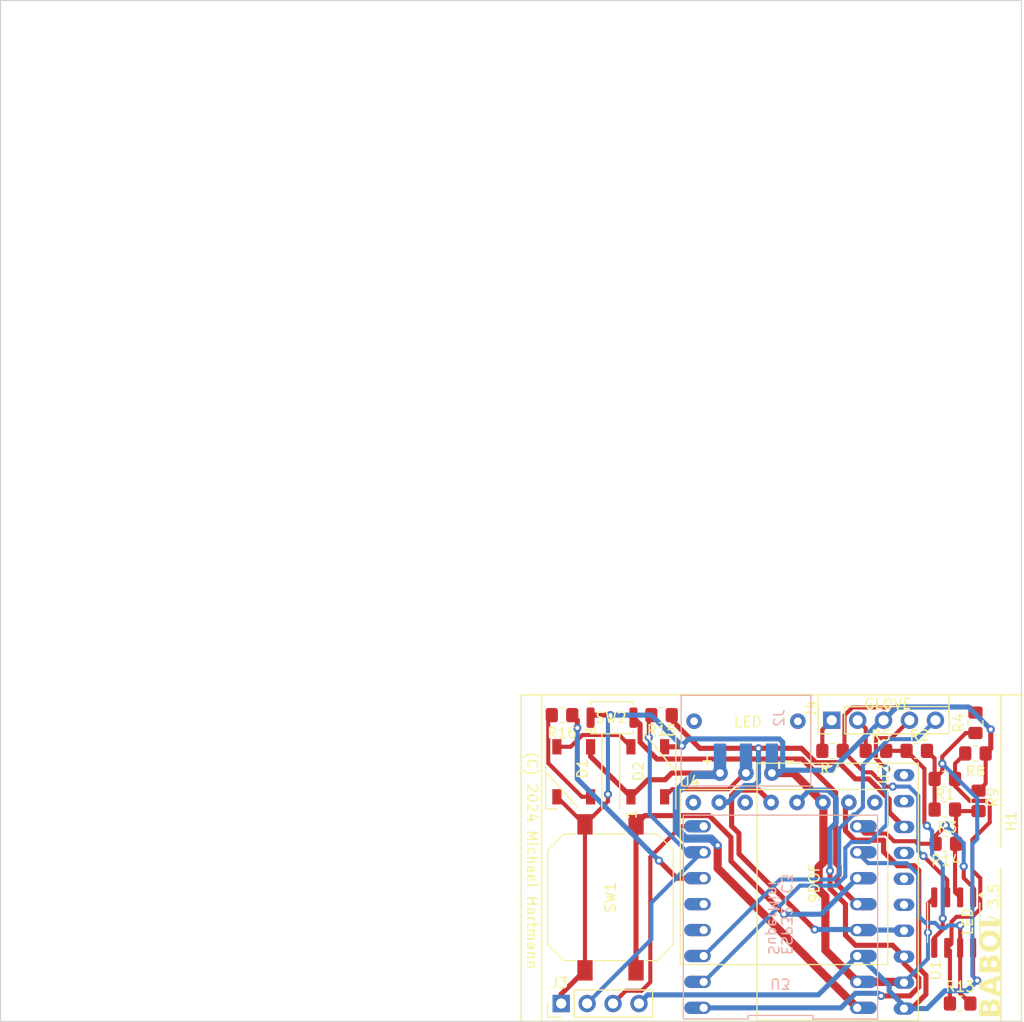
<source format=kicad_pcb>
(kicad_pcb (version 20240108) (generator "pcbnew") (generator_version "8.0")
  (layers (0 "F.Cu" signal) (31 "B.Cu" signal) (34 "B.Paste" user) (35 "F.Paste" user) (36 "B.SilkS" user "B.Silkscreen") (37 "F.SilkS" user "F.Silkscreen") (38 "B.Mask" user) (39 "F.Mask" user) (44 "Edge.Cuts" user))
  (net 0 "")
  (net 1 "/VBUS")
  (net 2 "Net-(D1-DOUT)")
  (net 3 "Net-(D1-DIN)")
  (net 4 "GND1")
  (net 5 "Net-(J4-Pin_2)")
  (net 6 "Net-(J4-Pin_1)")
  (net 7 "Net-(J3-Pin_2)")
  (net 8 "Net-(J3-Pin_3)")
  (net 9 "Net-(U1-VinB+)")
  (net 10 "Net-(D2-DOUT)")
  (net 11 "/VCC_3V3")
  (net 12 "/SPARE1")
  (net 13 "Net-(U1-VinA+)")
  (net 14 "Net-(U1-VinB-)")
  (net 15 "Net-(U1-VinA-)")
  (net 16 "/ADC1_1")
  (net 17 "/ADC1_0")
  (net 18 "Net-(U2-INT)")
  (net 19 "Net-(U3-GPIO10)")
  (net 20 "/BUTTON1")
  (net 21 "/SPARE2")
  (net 22 "/BUTTON2")
  (net 32 "/SCL")
  (net 33 "/SDA")
  (footprint "Resistor_SMD:R_0805_2012Metric_Pad1.20x1.40mm_HandSolder" (layer "F.Cu") (at 185.8 103.4 90)
    (property "Reference" "R9" (at 0.3522 1.4234 90) (layer "F.SilkS"))
    (property "Value" "33K" (hide yes))
    (pad "1" smd roundrect (at -1 0 90) (size 1.2 1.4) (layers "F.Cu" "F.Paste" "F.Mask") (roundrect_rratio 0.208333) (net 15 "Net-(U1-VinA-)"))
    (pad "2" smd roundrect (at 1 0 90) (size 1.2 1.4) (layers "F.Cu" "F.Paste" "F.Mask") (roundrect_rratio 0.208333) (net 4 "GND1"))
  )
  (footprint "MountingHole:MountingHole_2mm" (layer "F.Cu") (at 188 109)
    (property "Reference" "H1" (at 1 -3.6 90) (layer "F.SilkS"))
    (property "Value" "MountingHole" (hide yes))
    (pad "" np_thru_hole circle (at 0 0) (size 2 2) (drill 2) (layers "*.Cu" "*.Mask"))
  )
  (footprint "Package_SO:SOIC-8_3.9x4.9mm_P1.27mm" (layer "F.Cu") (at 183.365 115.325 -90)
    (property "Reference" "U1" (at 4.675 1.765 90) (layer "F.SilkS"))
    (property "Value" "~")
    (pad "1" smd roundrect (at -2.475 -1.905 270) (size 1.95 0.6) (layers "F.Cu" "F.Paste" "F.Mask") (net 17 "/ADC1_0"))
    (pad "2" smd roundrect (at -2.475 -0.635 270) (size 1.95 0.6) (layers "F.Cu" "F.Paste" "F.Mask") (net 15 "Net-(U1-VinA-)"))
    (pad "3" smd roundrect (at -2.475 0.635 270) (size 1.95 0.6) (layers "F.Cu" "F.Paste" "F.Mask") (net 13 "Net-(U1-VinA+)"))
    (pad "4" smd roundrect (at -2.475 1.905 270) (size 1.95 0.6) (layers "F.Cu" "F.Paste" "F.Mask") (net 4 "GND1"))
    (pad "5" smd roundrect (at 2.475 1.905 270) (size 1.95 0.6) (layers "F.Cu" "F.Paste" "F.Mask") (net 9 "Net-(U1-VinB+)"))
    (pad "6" smd roundrect (at 2.475 0.635 270) (size 1.95 0.6) (layers "F.Cu" "F.Paste" "F.Mask") (net 14 "Net-(U1-VinB-)"))
    (pad "7" smd roundrect (at 2.475 -0.635 270) (size 1.95 0.6) (layers "F.Cu" "F.Paste" "F.Mask") (net 16 "/ADC1_1"))
    (pad "8" smd roundrect (at 2.475 -1.905 270) (size 1.95 0.6) (layers "F.Cu" "F.Paste" "F.Mask") (net 11 "/VCC_3V3"))
  )
  (footprint "Resistor_SMD:R_0805_2012Metric_Pad1.20x1.40mm_HandSolder" (layer "F.Cu") (at 182.5 101.25)
    (property "Reference" "R1" (at 0 1.5 0) (layer "F.SilkS"))
    (property "Value" "33K" (hide yes))
    (pad "1" smd roundrect (at -1 0) (size 1.2 1.4) (layers "F.Cu" "F.Paste" "F.Mask") (roundrect_rratio 0.208333) (net 11 "/VCC_3V3"))
    (pad "2" smd roundrect (at 1 0) (size 1.2 1.4) (layers "F.Cu" "F.Paste" "F.Mask") (roundrect_rratio 0.208333) (net 14 "Net-(U1-VinB-)"))
  )
  (footprint "Resistor_SMD:R_0805_2012Metric_Pad1.20x1.40mm_HandSolder" (layer "F.Cu") (at 185.5 95.75 90)
    (property "Reference" "R4" (at 0 -1.65 90) (layer "F.SilkS"))
    (property "Value" "33K" (hide yes))
    (pad "1" smd roundrect (at -1 0 90) (size 1.2 1.4) (layers "F.Cu" "F.Paste" "F.Mask") (roundrect_rratio 0.208333) (net 11 "/VCC_3V3"))
    (pad "2" smd roundrect (at 1 0 90) (size 1.2 1.4) (layers "F.Cu" "F.Paste" "F.Mask") (roundrect_rratio 0.208333) (net 13 "Net-(U1-VinA+)"))
  )
  (footprint "Resistor_SMD:R_0805_2012Metric_Pad1.20x1.40mm_HandSolder" (layer "F.Cu") (at 182.5 104.25)
    (property "Reference" "R3" (at 0.25 1.75 0) (layer "F.SilkS"))
    (property "Value" "33K" (hide yes))
    (pad "1" smd roundrect (at -1 0) (size 1.2 1.4) (layers "F.Cu" "F.Paste" "F.Mask") (roundrect_rratio 0.208333) (net 11 "/VCC_3V3"))
    (pad "2" smd roundrect (at 1 0) (size 1.2 1.4) (layers "F.Cu" "F.Paste" "F.Mask") (roundrect_rratio 0.208333) (net 15 "Net-(U1-VinA-)"))
  )
  (footprint "Resistor_SMD:R_0805_2012Metric_Pad1.20x1.40mm_HandSolder" (layer "F.Cu") (at 182.6 107.6 180)
    (property "Reference" "R14" (at 0 -1.65 360) (layer "F.SilkS"))
    (property "Value" "51K" (hide yes))
    (pad "1" smd roundrect (at -1 0 180) (size 1.2 1.4) (layers "F.Cu" "F.Paste" "F.Mask") (roundrect_rratio 0.208333) (net 15 "Net-(U1-VinA-)"))
    (pad "2" smd roundrect (at 1 0 180) (size 1.2 1.4) (layers "F.Cu" "F.Paste" "F.Mask") (roundrect_rratio 0.208333) (net 17 "/ADC1_0"))
  )
  (footprint "Resistor_SMD:R_0805_2012Metric_Pad1.20x1.40mm_HandSolder" (layer "F.Cu") (at 179.75 98.5 180)
    (property "Reference" "R2" (at -0.25 1.5 0) (layer "F.SilkS"))
    (property "Value" "33K" (hide yes))
    (pad "1" smd roundrect (at -1 0 180) (size 1.2 1.4) (layers "F.Cu" "F.Paste" "F.Mask") (roundrect_rratio 0.208333) (net 11 "/VCC_3V3"))
    (pad "2" smd roundrect (at 1 0 180) (size 1.2 1.4) (layers "F.Cu" "F.Paste" "F.Mask") (roundrect_rratio 0.208333) (net 9 "Net-(U1-VinB+)"))
  )
  (footprint "Connector_PinHeader_2.54mm:PinHeader_1x04_P2.54mm_Vertical" (layer "F.Cu") (at 144.92 123.25 90)
    (property "Reference" "J3" (at 2 -0.17 0) (layer "F.SilkS"))
    (property "Value" "Conn_01x04_Pin" (hide yes))
    (pad "1" thru_hole rect (at 0 0 90) (size 1.7 1.7) (drill 1) (layers "*.Cu" "*.Mask") (net 4 "GND1"))
    (pad "2" thru_hole oval (at 0 2.54 90) (size 1.7 1.7) (drill 1) (layers "*.Cu" "*.Mask") (net 7 "Net-(J3-Pin_2)"))
    (pad "3" thru_hole oval (at 0 5.08 90) (size 1.7 1.7) (drill 1) (layers "*.Cu" "*.Mask") (net 8 "Net-(J3-Pin_3)"))
    (pad "4" thru_hole oval (at 0 7.62 90) (size 1.7 1.7) (drill 1) (layers "*.Cu" "*.Mask") (net 11 "/VCC_3V3"))
  )
  (footprint "LED_SMD:LED_WS2812B_PLCC4_5.0x5.0mm_P3.2mm" (layer "F.Cu") (at 153.4 100.55 90)
    (property "Reference" "D2" (at 0.05 -0.9 90) (layer "F.SilkS"))
    (property "Value" "WS2812B" (hide yes))
    (fp_text user "1" (at -4.15 -1.6 90) (layer "F.SilkS"))
    (pad "1" smd rect (at -2.45 -1.65 90) (size 1.5 0.9) (layers "F.Cu" "F.Paste" "F.Mask") (net 1 "/VBUS"))
    (pad "2" smd rect (at -2.45 1.65 90) (size 1.5 0.9) (layers "F.Cu" "F.Paste" "F.Mask") (net 10 "Net-(D2-DOUT)"))
    (pad "3" smd rect (at 2.45 1.65 90) (size 1.5 0.9) (layers "F.Cu" "F.Paste" "F.Mask") (net 4 "GND1"))
    (pad "4" smd rect (at 2.45 -1.65 90) (size 1.5 0.9) (layers "F.Cu" "F.Paste" "F.Mask") (net 2 "Net-(D1-DOUT)"))
  )
  (footprint "Resistor_SMD:R_0805_2012Metric_Pad1.20x1.40mm_HandSolder" (layer "F.Cu") (at 145 95 180)
    (property "Reference" "R16" (at 0 -1.75 0) (layer "F.SilkS"))
    (property "Value" "24K" (hide yes))
    (pad "1" smd roundrect (at -1 0 180) (size 1.2 1.4) (layers "F.Cu" "F.Paste" "F.Mask") (roundrect_rratio 0.208333) (net 19 "Net-(U3-GPIO10)"))
    (pad "2" smd roundrect (at 1 0 180) (size 1.2 1.4) (layers "F.Cu" "F.Paste" "F.Mask") (roundrect_rratio 0.208333) (net 3 "Net-(D1-DIN)"))
  )
  (footprint "Resistor_SMD:R_0805_2012Metric_Pad1.20x1.40mm_HandSolder" (layer "F.Cu") (at 175.75 98.5)
    (property "Reference" "R5" (at 0.5 -1.5 0) (layer "F.SilkS"))
    (property "Value" "10K" (hide yes))
    (pad "1" smd roundrect (at -1 0) (size 1.2 1.4) (layers "F.Cu" "F.Paste" "F.Mask") (roundrect_rratio 0.208333) (net 5 "Net-(J4-Pin_2)"))
    (pad "2" smd roundrect (at 1 0) (size 1.2 1.4) (layers "F.Cu" "F.Paste" "F.Mask") (roundrect_rratio 0.208333) (net 9 "Net-(U1-VinB+)"))
  )
  (footprint "Resistor_SMD:R_0805_2012Metric_Pad1.20x1.40mm_HandSolder" (layer "F.Cu") (at 171.5 98.5)
    (property "Reference" "R7" (at -0.25 1.75 0) (layer "F.SilkS"))
    (property "Value" "10K" (hide yes))
    (pad "1" smd roundrect (at -1 0) (size 1.2 1.4) (layers "F.Cu" "F.Paste" "F.Mask") (roundrect_rratio 0.208333) (net 6 "Net-(J4-Pin_1)"))
    (pad "2" smd roundrect (at 1 0) (size 1.2 1.4) (layers "F.Cu" "F.Paste" "F.Mask") (roundrect_rratio 0.208333) (net 13 "Net-(U1-VinA+)"))
  )
  (footprint "LED_SMD:LED_WS2812B_PLCC4_5.0x5.0mm_P3.2mm" (layer "F.Cu") (at 146.15 100.55 -90)
    (property "Reference" "D1" (at -0.3 -0.85 -90) (layer "F.SilkS"))
    (property "Value" "WS2812B" (hide yes))
    (fp_text user "1" (at -4.15 -1.6 90) (layer "F.SilkS"))
    (pad "1" smd rect (at -2.45 -1.65 270) (size 1.5 0.9) (layers "F.Cu" "F.Paste" "F.Mask") (net 1 "/VBUS"))
    (pad "2" smd rect (at -2.45 1.65 270) (size 1.5 0.9) (layers "F.Cu" "F.Paste" "F.Mask") (net 2 "Net-(D1-DOUT)"))
    (pad "3" smd rect (at 2.45 1.65 270) (size 1.5 0.9) (layers "F.Cu" "F.Paste" "F.Mask") (net 4 "GND1"))
    (pad "4" smd rect (at 2.45 -1.65 270) (size 1.5 0.9) (layers "F.Cu" "F.Paste" "F.Mask") (net 3 "Net-(D1-DIN)"))
  )
  (footprint "Button_Switch_SMD:SW_Push_SPST_NO_Alps_SKRK" (layer "F.Cu") (at 149.9 95.25 180)
    (property "Reference" "SW2" (at 0.1 0 180) (layer "F.SilkS"))
    (property "Value" "SW_DIP_x01" (hide yes))
    (pad "1" smd roundrect (at -2.1 0 180) (size 0.8 2) (layers "F.Cu" "F.Paste" "F.Mask") (net 22 "/BUTTON2"))
    (pad "2" smd roundrect (at 2.1 0 180) (size 0.8 2) (layers "F.Cu" "F.Paste" "F.Mask") (net 4 "GND1"))
  )
  (footprint "Resistor_SMD:R_0805_2012Metric_Pad1.20x1.40mm_HandSolder" (layer "F.Cu") (at 185.5 98.75)
    (property "Reference" "R8" (at 0 1.75 0) (layer "F.SilkS"))
    (property "Value" "33K" (hide yes))
    (pad "1" smd roundrect (at -1 0) (size 1.2 1.4) (layers "F.Cu" "F.Paste" "F.Mask") (roundrect_rratio 0.208333) (net 14 "Net-(U1-VinB-)"))
    (pad "2" smd roundrect (at 1 0) (size 1.2 1.4) (layers "F.Cu" "F.Paste" "F.Mask") (roundrect_rratio 0.208333) (net 4 "GND1"))
  )
  (footprint "Resistor_SMD:R_0805_2012Metric_Pad1.20x1.40mm_HandSolder" (layer "F.Cu") (at 184 123.25)
    (property "Reference" "R13" (at 0 -1.65 0) (layer "F.SilkS"))
    (property "Value" "51K" (hide yes))
    (pad "1" smd roundrect (at -1 0) (size 1.2 1.4) (layers "F.Cu" "F.Paste" "F.Mask") (roundrect_rratio 0.208333) (net 14 "Net-(U1-VinB-)"))
    (pad "2" smd roundrect (at 1 0) (size 1.2 1.4) (layers "F.Cu" "F.Paste" "F.Mask") (roundrect_rratio 0.208333) (net 16 "/ADC1_1"))
  )
  (footprint "midi_arm:GY-85" (layer "F.Cu") (at 180.721 103.5558 -90)
    (property "Reference" "U4" (at -2.0558 23.221 0) (layer "F.SilkS"))
    (property "Value" "~")
    (pad "1" thru_hole circle (at 0 5.08 270) (size 1.524 1.524) (drill 0.762) (layers "*.Cu" "*.Mask"))
    (pad "2" thru_hole circle (at 0 7.62 270) (size 1.524 1.524) (drill 0.762) (layers "*.Cu" "*.Mask") (net 11 "/VCC_3V3"))
    (pad "3" thru_hole circle (at 0 10.16 270) (size 1.524 1.524) (drill 0.762) (layers "*.Cu" "*.Mask") (net 4 "GND1"))
    (pad "4" thru_hole circle (at 0 12.7 270) (size 1.524 1.524) (drill 0.762) (layers "*.Cu" "*.Mask") (net 32 "/SCL"))
    (pad "5" thru_hole circle (at 0 15.24 270) (size 1.524 1.524) (drill 0.762) (layers "*.Cu" "*.Mask") (net 33 "/SDA"))
    (pad "6" thru_hole circle (at 0 17.78 270) (size 1.524 1.524) (drill 0.762) (layers "*.Cu" "*.Mask"))
    (pad "7" thru_hole circle (at 0 20.32 270) (size 1.524 1.524) (drill 0.762) (layers "*.Cu" "*.Mask") (net 18 "Net-(U2-INT)"))
    (pad "8" thru_hole circle (at 0 22.86 270) (size 1.524 1.524) (drill 0.762) (layers "*.Cu" "*.Mask"))
  )
  (footprint "midi_arm:9250_MOD" (layer "F.Cu") (at 178.5 112.31 90)
    (property "Reference" "U2" (at 11.5316 -2.032 90) (layer "F.SilkS"))
    (property "Value" "~")
    (fp_text user "9DOF" (at -1.2 -8.2 90) (layer "F.SilkS") (effects (justify left bottom)))
    (pad "1" thru_hole oval (at -11.43 0 90) (size 1.2 2) (drill 0.8) (layers "*.Cu" "*.Mask") (net 11 "/VCC_3V3"))
    (pad "2" thru_hole oval (at -8.89 0 90) (size 1.2 2) (drill 0.8) (layers "*.Cu" "*.Mask") (net 4 "GND1"))
    (pad "3" thru_hole oval (at -6.35 0 90) (size 1.2 2) (drill 0.8) (layers "*.Cu" "*.Mask") (net 32 "/SCL"))
    (pad "4" thru_hole oval (at -3.81 0 90) (size 1.2 2) (drill 0.8) (layers "*.Cu" "*.Mask") (net 33 "/SDA"))
    (pad "5" thru_hole oval (at -1.27 0 90) (size 1.2 2) (drill 0.8) (layers "*.Cu" "*.Mask"))
    (pad "6" thru_hole oval (at 1.27 0 90) (size 1.2 2) (drill 0.8) (layers "*.Cu" "*.Mask"))
    (pad "7" thru_hole oval (at 3.81 0 90) (size 1.2 2) (drill 0.8) (layers "*.Cu" "*.Mask"))
    (pad "8" thru_hole oval (at 6.35 0 90) (size 1.2 2) (drill 0.8) (layers "*.Cu" "*.Mask") (net 18 "Net-(U2-INT)"))
    (pad "9" thru_hole oval (at 8.89 0 90) (size 1.2 2) (drill 0.8) (layers "*.Cu" "*.Mask"))
    (pad "10" thru_hole oval (at 11.43 0 90) (size 1.2 2) (drill 0.8) (layers "*.Cu" "*.Mask"))
  )
  (footprint "midi_arm:SW_Push_SMD" (layer "F.Cu") (at 149.75 112.85 -90)
    (property "Reference" "SW1" (at 0 0 90) (layer "F.SilkS"))
    (property "Value" "SW_MEC_5E" (hide yes))
    (pad "1" smd rect (at -7.15 -2.5 270) (size 2 1.5) (layers "F.Cu" "F.Paste" "F.Mask") (net 20 "/BUTTON1"))
    (pad "1" smd rect (at 7.15 -2.5 270) (size 2 1.5) (layers "F.Cu" "F.Paste" "F.Mask") (net 20 "/BUTTON1"))
    (pad "2" smd rect (at -7.15 2.5 270) (size 2 1.5) (layers "F.Cu" "F.Paste" "F.Mask") (net 4 "GND1"))
    (pad "2" smd rect (at 7.15 2.5 270) (size 2 1.5) (layers "F.Cu" "F.Paste" "F.Mask") (net 4 "GND1"))
  )
  (footprint "Connector_PinHeader_2.54mm:PinHeader_1x05_P2.54mm_Vertical" (layer "F.Cu") (at 171.42 95.5 90)
    (property "Reference" "J4" (at 1.1 -2.02 90) (layer "F.SilkS"))
    (property "Value" "Conn_01x05_Pin" (hide yes))
    (pad "1" thru_hole rect (at 0 0 90) (size 1.7 1.7) (drill 1) (layers "*.Cu" "*.Mask") (net 6 "Net-(J4-Pin_1)"))
    (pad "2" thru_hole oval (at 0 2.54 90) (size 1.7 1.7) (drill 1) (layers "*.Cu" "*.Mask") (net 5 "Net-(J4-Pin_2)"))
    (pad "3" thru_hole oval (at 0 5.08 90) (size 1.7 1.7) (drill 1) (layers "*.Cu" "*.Mask") (net 4 "GND1"))
    (pad "4" thru_hole oval (at 0 7.62 90) (size 1.7 1.7) (drill 1) (layers "*.Cu" "*.Mask") (net 12 "/SPARE1"))
    (pad "5" thru_hole oval (at 0 10.16 90) (size 1.7 1.7) (drill 1) (layers "*.Cu" "*.Mask") (net 21 "/SPARE2"))
  )
  (footprint "Resistor_SMD:R_0805_2012Metric_Pad1.20x1.40mm_HandSolder" (layer "F.Cu") (at 154.75 95)
    (property "Reference" "R15" (at 0 1.5 0) (layer "F.SilkS"))
    (property "Value" "0k" (hide yes))
    (pad "1" smd roundrect (at -1 0) (size 1.2 1.4) (layers "F.Cu" "F.Paste" "F.Mask") (roundrect_rratio 0.208333) (net 7 "Net-(J3-Pin_2)"))
    (pad "2" smd roundrect (at 1 0) (size 1.2 1.4) (layers "F.Cu" "F.Paste" "F.Mask") (roundrect_rratio 0.208333) (net 18 "Net-(U2-INT)"))
  )
  (footprint "midi_arm:LED_conn" (layer "B.Cu") (at 170.64 100.675 90)
    (property "Reference" "J2" (at 5.3848 -4.3688 90) (layer "B.SilkS") (effects (justify mirror)))
    (property "Value" "Conn_01x03_Pin" (hide yes))
    (fp_poly (pts (xy 0.508 -9.652) (xy 2.794 -9.652) (xy 2.794 -10.668) (xy 0.508 -10.668)) (stroke (width 0.2)) (fill solid) (layer "B.Cu"))
    (fp_poly (pts (xy 0.508 -7.112) (xy 2.794 -7.112) (xy 2.794 -8.128) (xy 0.508 -8.128)) (stroke (width 0.2)) (fill solid) (layer "B.Cu"))
    (fp_poly (pts (xy 0.508 -4.572) (xy 2.794 -4.572) (xy 2.794 -5.588) (xy 0.508 -5.588)) (stroke (width 0.2)) (fill solid) (layer "B.Cu"))
    (pad "" thru_hole circle (at 5.08 -12.7 90) (size 1.524 1.524) (drill 0.762) (layers "*.Cu" "*.Mask"))
    (pad "" thru_hole circle (at 5.08 -2.54 90) (size 1.524 1.524) (drill 0.762) (layers "*.Cu" "*.Mask"))
    (pad "1" thru_hole circle (at 0 -5.08 90) (size 1.524 1.524) (drill 0.762) (layers "*.Cu" "*.Mask") (net 4 "GND1"))
    (pad "2" thru_hole circle (at 0 -7.62 90) (size 1.524 1.524) (drill 0.762) (layers "*.Cu" "*.Mask") (net 10 "Net-(D2-DOUT)"))
    (pad "3" thru_hole circle (at 0 -10.16 90) (size 1.524 1.524) (drill 0.762) (layers "*.Cu" "*.Mask") (net 1 "/VBUS"))
  )
  (footprint "midi_arm:ESP32-C3_SuperMini" (layer "B.Cu") (at 166.397 114.7826 90)
    (property "Reference" "U3" (at -6.52 -0.02 180) (layer "B.SilkS") (effects (justify mirror)))
    (property "Value" "~" (hide yes))
    (fp_text user "ESP32-C3" (at -3.81 0 -90) (layer "B.SilkS") (effects (justify left bottom mirror)))
    (fp_text user "SuperMini" (at -3.81 -1.27 -90) (layer "B.SilkS") (effects (justify left bottom mirror)))
    (pad "1" thru_hole oval (at -8.89 7.52 90) (size 1.2 2.6) (drill 0.8 (offset 0 0.6)) (layers "*.Cu" "*.Mask") (net 1 "/VBUS"))
    (pad "2" thru_hole oval (at -6.35 7.52 90) (size 1.2 2.6) (drill 0.8 (offset 0 0.6)) (layers "*.Cu" "*.Mask") (net 4 "GND1"))
    (pad "3" thru_hole oval (at -3.81 7.52 90) (size 1.2 2.6) (drill 0.8 (offset 0 0.6)) (layers "*.Cu" "*.Mask") (net 11 "/VCC_3V3"))
    (pad "4" thru_hole oval (at -1.27 7.52 90) (size 1.2 2.6) (drill 0.8 (offset 0 0.6)) (layers "*.Cu" "*.Mask") (net 33 "/SDA"))
    (pad "5" thru_hole oval (at 1.27 7.52 90) (size 1.2 2.6) (drill 0.8 (offset 0 0.6)) (layers "*.Cu" "*.Mask") (net 22 "/BUTTON2"))
    (pad "6" thru_hole oval (at 3.81 7.52 90) (size 1.2 2.6) (drill 0.8 (offset 0 0.6)) (layers "*.Cu" "*.Mask") (net 20 "/BUTTON1"))
    (pad "7" thru_hole oval (at 6.35 7.52 90) (size 1.2 2.6) (drill 0.8 (offset 0 0.6)) (layers "*.Cu" "*.Mask") (net 16 "/ADC1_1"))
    (pad "8" thru_hole oval (at 8.89 7.52 90) (size 1.2 2.6) (drill 0.8 (offset 0 0.6)) (layers "*.Cu" "*.Mask") (net 17 "/ADC1_0"))
    (pad "9" thru_hole oval (at -8.89 -7.52 90) (size 1.2 2.6) (drill 0.8 (offset 0 -0.6)) (layers "*.Cu" "*.Mask") (net 32 "/SCL"))
    (pad "10" thru_hole oval (at -6.35 -7.52 90) (size 1.2 2.6) (drill 0.8 (offset 0 -0.6)) (layers "*.Cu" "*.Mask") (net 12 "/SPARE1"))
    (pad "11" thru_hole oval (at -3.81 -7.52 90) (size 1.2 2.6) (drill 0.8 (offset 0 -0.6)) (layers "*.Cu" "*.Mask") (net 21 "/SPARE2"))
    (pad "12" thru_hole oval (at -1.27 -7.52 90) (size 1.2 2.6) (drill 0.8 (offset 0 -0.6)) (layers "*.Cu" "*.Mask"))
    (pad "13" thru_hole oval (at 1.27 -7.52 90) (size 1.2 2.6) (drill 0.8 (offset 0 -0.6)) (layers "*.Cu" "*.Mask"))
    (pad "14" thru_hole oval (at 3.81 -7.52 90) (size 1.2 2.6) (drill 0.8 (offset 0 -0.6)) (layers "*.Cu" "*.Mask") (net 19 "Net-(U3-GPIO10)"))
    (pad "15" thru_hole oval (at 6.35 -7.52 90) (size 1.2 2.6) (drill 0.8 (offset 0 -0.6)) (layers "*.Cu" "*.Mask") (net 7 "Net-(J3-Pin_2)"))
    (pad "16" thru_hole oval (at 8.89 -7.52 90) (size 1.2 2.6) (drill 0.8 (offset 0 -0.6)) (layers "*.Cu" "*.Mask") (net 8 "Net-(J3-Pin_3)"))
  )
  (gr_line (start 190 93) (end 141 93) (stroke (width 0.15)) (layer "F.SilkS"))
  (gr_line (start 170.09 95.5) (end 170.1038 93.218) (stroke (width 0.15)) (layer "F.SilkS"))
  (gr_line (start 190 125) (end 190 93) (stroke (width 0.15)) (layer "F.SilkS"))
  (gr_line (start 141 125) (end 190 125) (stroke (width 0.15)) (layer "F.SilkS"))
  (gr_line (start 182.91 95.5) (end 182.9054 93.2688) (stroke (width 0.15)) (layer "F.SilkS"))
  (gr_line (start 153.25 97) (end 156.15 100.55) (stroke (width 0.15)) (layer "F.SilkS"))
  (gr_line (start 143 93) (end 143 125) (stroke (width 0.15)) (layer "F.SilkS"))
  (gr_line (start 143.4 100.55) (end 146.5 104) (stroke (width 0.15)) (layer "F.SilkS"))
  (gr_line (start 141 93) (end 141 125) (stroke (width 0.15)) (layer "F.SilkS"))
  (gr_line (start 188 93) (end 188 125) (stroke (width 0.15)) (layer "F.SilkS"))
  (gr_rect (start 90 25) (end 190 125) (stroke (width 0.1)) (fill none) (layer "Edge.Cuts"))
  (gr_text "V 3.5" (at 187.8838 115.5954 90) (layer "F.SilkS") (effects (font (size 1 1)) (justify left bottom)))
  (gr_text "BABOI" (at 188.25 124.75 90) (layer "F.SilkS") (effects (font (size 2 2) (thickness 0.5) (bold yes)) (justify left bottom)))
  (gr_text "(C) 2024 Michael Hartmann" (at 141.5 98.5 -90) (layer "F.SilkS") (effects (font (size 1 1)) (justify left bottom)))
  (gr_text "LED" (at 161.75 96.25 0) (layer "F.SilkS") (effects (font (size 1 1)) (justify left bottom)))
  (gr_text "GLOVE" (at 174.5 94.5 0) (layer "F.SilkS") (effects (font (size 1 1)) (justify left bottom)))
  (gr_text "-" (at 168 99 180) (layer "F.SilkS") (effects (font (size 1 1)) (justify left bottom)))
  (gr_text "+" (at 158.5 100 0) (layer "F.SilkS") (effects (font (size 1 1)) (justify left bottom)))
  (gr_text "LED" (at 185.3184 116.6622 90) (layer "F.SilkS") (effects (font (size 1 1)) (justify left bottom)))
  (segment (start 153.423439 101.326561) (end 155.1 101.326561) (width 0.5) (layer "F.Cu") (net 1))
  (segment (start 147.8 99.05) (end 147.8 98.1) (width 0.5) (layer "F.Cu") (net 1))
  (segment (start 160.25 110.0056) (end 173.917 123.6726) (width 0.8) (layer "F.Cu") (net 1))
  (segment (start 160.25 107.75) (end 160.25 110.0056) (width 0.8) (layer "F.Cu") (net 1))
  (segment (start 151.75 103) (end 153.423439 101.326561) (width 0.5) (layer "F.Cu") (net 1))
  (segment (start 151.75 103) (end 147.8 99.05) (width 0.5) (layer "F.Cu") (net 1))
  (segment (start 155.1 101.326561) (end 155.751561 100.675) (width 0.5) (layer "F.Cu") (net 1))
  (segment (start 155.751561 100.675) (end 160.48 100.675) (width 0.5) (layer "F.Cu") (net 1))
  (via (at 160.25 107.75) (size 0.8) (drill 0.4) (layers "F.Cu" "B.Cu") (net 1))
  (segment (start 157.079944 107.0926) (end 159.474056 107.0926) (width 0.8) (layer "B.Cu") (net 1))
  (segment (start 156.25 106.262656) (end 157.079944 107.0926) (width 0.8) (layer "B.Cu") (net 1))
  (segment (start 156.25 102.515075) (end 156.25 106.262656) (width 0.8) (layer "B.Cu") (net 1))
  (segment (start 159.474056 107.0926) (end 159.5926 107.0926) (width 0.8) (layer "B.Cu") (net 1))
  (segment (start 157.898075 100.867) (end 156.25 102.515075) (width 0.8) (layer "B.Cu") (net 1))
  (segment (start 159.5926 107.0926) (end 160.25 107.75) (width 0.8) (layer "B.Cu") (net 1))
  (segment (start 160.48 100.867) (end 157.898075 100.867) (width 0.8) (layer "B.Cu") (net 1))
  (segment (start 145.852082 98.1) (end 147.002082 96.95) (width 0.4) (layer "F.Cu") (net 2))
  (segment (start 147.002082 96.95) (end 150.6 96.95) (width 0.4) (layer "F.Cu") (net 2))
  (segment (start 150.6 96.95) (end 151.75 98.1) (width 0.4) (layer "F.Cu") (net 2))
  (segment (start 144.5 98.1) (end 145.852082 98.1) (width 0.4) (layer "F.Cu") (net 2))
  (segment (start 143.65 95.35) (end 144 95) (width 0.4) (layer "F.Cu") (net 3))
  (segment (start 143.65 99.7) (end 143.65 95.35) (width 0.4) (layer "F.Cu") (net 3))
  (segment (start 146.95 103) (end 147.8 103) (width 0.4) (layer "F.Cu") (net 3))
  (segment (start 143.65 99.7) (end 146.95 103) (width 0.4) (layer "F.Cu") (net 3))
  (segment (start 170.8 118.0156) (end 170.8 112.752082) (width 0.8) (layer "F.Cu") (net 4))
  (segment (start 147.25 105.7) (end 149.5 103.45) (width 0.4) (layer "F.Cu") (net 4))
  (segment (start 180.85 113.46) (end 180.85 116.295326) (width 0.4) (layer "F.Cu") (net 4))
  (segment (start 170.8 112.752082) (end 170.149999 112.102081) (width 0.8) (layer "F.Cu") (net 4))
  (segment (start 186.5 101.7) (end 185.8 102.4) (width 0.4) (layer "F.Cu") (net 4))
  (segment (start 144.92 122.33) (end 147.25 120) (width 0.5) (layer "F.Cu") (net 4))
  (segment (start 156.65 98.1) (end 156.75 98) (width 0.5) (layer "F.Cu") (net 4))
  (segment (start 167.6802 100.675) (end 165.56 100.675) (width 0.8) (layer "F.Cu") (net 4))
  (segment (start 170.561 103.5558) (end 167.6802 100.675) (width 0.8) (layer "F.Cu") (net 4))
  (segment (start 149.5 103.45) (end 149.5 102.75) (width 0.4) (layer "F.Cu") (net 4))
  (segment (start 155.05 98.1) (end 156.65 98.1) (width 0.5) (layer "F.Cu") (net 4))
  (segment (start 148.05 95) (end 147.8 95.25) (width 0.5) (layer "F.Cu") (net 4))
  (segment (start 144.92 123.25) (end 144.92 122.33) (width 0.5) (layer "F.Cu") (net 4))
  (segment (start 186.5 98.75) (end 186.5 101.7) (width 0.4) (layer "F.Cu") (net 4))
  (segment (start 187 98.25) (end 186.5 98.75) (width 0.5) (layer "F.Cu") (net 4))
  (segment (start 147.2 105.7) (end 144.5 103) (width 0.4) (layer "F.Cu") (net 4))
  (segment (start 170.607 103.6018) (end 170.561 103.5558) (width 0.8) (layer "F.Cu") (net 4))
  (segment (start 186.75 99) (end 186.5 98.75) (width 0.4) (layer "F.Cu") (net 4))
  (segment (start 173.917 121.1326) (end 178.4326 121.1326) (width 0.8) (layer "F.Cu") (net 4))
  (segment (start 173.917 121.1326) (end 170.8 118.0156) (width 0.8) (layer "F.Cu") (net 4))
  (segment (start 147.25 120) (end 147.25 105.7) (width 0.4) (layer "F.Cu") (net 4))
  (segment (start 170.149999 109.865076) (end 170.607 109.408075) (width 0.8) (layer "F.Cu") (net 4))
  (segment (start 187 96.4) (end 187 98.25) (width 0.5) (layer "F.Cu") (net 4))
  (segment (start 149.75 95) (end 148.05 95) (width 0.5) (layer "F.Cu") (net 4))
  (segment (start 178.4326 121.1326) (end 178.5 121.2) (width 0.8) (layer "F.Cu") (net 4))
  (segment (start 147.25 105.7) (end 147.2 105.7) (width 0.4) (layer "F.Cu") (net 4))
  (segment (start 181.46 112.85) (end 180.85 113.46) (width 0.4) (layer "F.Cu") (net 4))
  (segment (start 170.607 109.408075) (end 170.607 103.6018) (width 0.8) (layer "F.Cu") (net 4))
  (segment (start 170.149999 112.102081) (end 170.149999 109.865076) (width 0.8) (layer "F.Cu") (net 4))
  (via (at 149.75 95) (size 0.8) (drill 0.4) (layers "F.Cu" "B.Cu") (net 4))
  (via (at 187 96.4) (size 0.8) (drill 0.4) (layers "F.Cu" "B.Cu") (net 4))
  (via (at 149.5 102.75) (size 0.8) (drill 0.4) (layers "F.Cu" "B.Cu") (net 4))
  (via (at 156.75 98) (size 0.8) (drill 0.4) (layers "F.Cu" "B.Cu") (net 4))
  (via (at 180.85 116.295326) (size 0.8) (drill 0.4) (layers "F.Cu" "B.Cu") (net 4))
  (segment (start 176.297918 95.5) (end 176.5 95.5) (width 0.5) (layer "B.Cu") (net 4))
  (segment (start 177.8 94.2) (end 184.8 94.2) (width 0.5) (layer "B.Cu") (net 4))
  (segment (start 156.75 98) (end 157.419 97.331) (width 0.5) (layer "B.Cu") (net 4))
  (segment (start 178.5 121.2) (end 180.85 118.85) (width 0.4) (layer "B.Cu") (net 4))
  (segment (start 157.419 97.331) (end 166.295817 97.331) (width 0.5) (layer "B.Cu") (net 4))
  (segment (start 166.618 97.653183) (end 166.618 100.394817) (width 0.5) (layer "B.Cu") (net 4))
  (segment (start 171.403101 100.394817) (end 176.297918 95.5) (width 0.5) (layer "B.Cu") (net 4))
  (segment (start 176.5 95.5) (end 177.8 94.2) (width 0.5) (layer "B.Cu") (net 4))
  (segment (start 149.5 102.75) (end 149.5 95.25) (width 0.4) (layer "B.Cu") (net 4))
  (segment (start 184.8 94.2) (end 187 96.4) (width 0.5) (layer "B.Cu") (net 4))
  (segment (start 153.75 95) (end 149.75 95) (width 0.5) (layer "B.Cu") (net 4))
  (segment (start 149.5 95.25) (end 149.75 95) (width 0.4) (layer "B.Cu") (net 4))
  (segment (start 166.618 100.394817) (end 171.403101 100.394817) (width 0.5) (layer "B.Cu") (net 4))
  (segment (start 166.295817 97.331) (end 166.618 97.653183) (width 0.5) (layer "B.Cu") (net 4))
  (segment (start 156.75 98) (end 153.75 95) (width 0.5) (layer "B.Cu") (net 4))
  (segment (start 180.85 118.85) (end 180.85 116.295326) (width 0.4) (layer "B.Cu") (net 4))
  (segment (start 166.618 100.394817) (end 166.295817 100.717) (width 0.5) (layer "B.Cu") (net 4))
  (segment (start 174.75 98.5) (end 174.75 96.29) (width 0.4) (layer "F.Cu") (net 5))
  (segment (start 174.75 96.29) (end 173.96 95.5) (width 0.4) (layer "F.Cu") (net 5))
  (segment (start 170.5 98.5) (end 170.5 96.42) (width 0.4) (layer "F.Cu") (net 6))
  (segment (start 170.5 96.42) (end 171.42 95.5) (width 0.4) (layer "F.Cu") (net 6))
  (segment (start 153.501586 97.174409) (end 153.501586 95.248414) (width 0.4) (layer "F.Cu") (net 7))
  (segment (start 153.501586 95.248414) (end 153.75 95) (width 0.4) (layer "F.Cu") (net 7))
  (via (at 153.501586 97.174409) (size 0.8) (drill 0.4) (layers "F.Cu" "B.Cu") (net 7))
  (segment (start 158.877 108.4326) (end 157.288574 108.4326) (width 0.4) (layer "B.Cu") (net 7))
  (segment (start 158.702786 108.4326) (end 153.75 113.385386) (width 0.4) (layer "B.Cu") (net 7))
  (segment (start 157.288574 108.4326) (end 153.6 104.744026) (width 0.4) (layer "B.Cu") (net 7))
  (segment (start 153.6 97.272823) (end 153.501586 97.174409) (width 0.4) (layer "B.Cu") (net 7))
  (segment (start 153.75 113.385386) (end 153.75 116.96) (width 0.4) (layer "B.Cu") (net 7))
  (segment (start 153.75 116.96) (end 147.46 123.25) (width 0.4) (layer "B.Cu") (net 7))
  (segment (start 158.877 108.4326) (end 158.702786 108.4326) (width 0.4) (layer "B.Cu") (net 7))
  (segment (start 153.6 104.744026) (end 153.6 97.272823) (width 0.4) (layer "B.Cu") (net 7))
  (segment (start 153.65 121.15) (end 152.8 122) (width 0.4) (layer "F.Cu") (net 8))
  (segment (start 151.25 122) (end 150 123.25) (width 0.4) (layer "F.Cu") (net 8))
  (segment (start 158.877 105.8926) (end 156.655318 105.8926) (width 0.4) (layer "F.Cu") (net 8))
  (segment (start 156.655318 105.8926) (end 153.65 108.897918) (width 0.4) (layer "F.Cu") (net 8))
  (segment (start 153.65 108.897918) (end 153.65 121.15) (width 0.4) (layer "F.Cu") (net 8))
  (segment (start 152.8 122) (end 151.25 122) (width 0.4) (layer "F.Cu") (net 8))
  (segment (start 181.46 116.825001) (end 182.297547 115.987454) (width 0.4) (layer "F.Cu") (net 9))
  (segment (start 176.75 98.5) (end 178.75 98.5) (width 0.4) (layer "F.Cu") (net 9))
  (segment (start 182.297547 115.987454) (end 182.297547 114.920803) (width 0.4) (layer "F.Cu") (net 9))
  (segment (start 180.75 105.835934) (end 180.5 105.585934) (width 0.4) (layer "F.Cu") (net 9))
  (segment (start 180.5 105.585934) (end 180.5 100.25) (width 0.4) (layer "F.Cu") (net 9))
  (segment (start 180.5 100.25) (end 178.75 98.5) (width 0.4) (layer "F.Cu") (net 9))
  (segment (start 181.46 117.8) (end 181.46 116.825001) (width 0.4) (layer "F.Cu") (net 9))
  (via (at 180.75 105.835934) (size 0.8) (drill 0.4) (layers "F.Cu" "B.Cu") (net 9))
  (via (at 182.297547 114.920803) (size 0.8) (drill 0.4) (layers "F.Cu" "B.Cu") (net 9))
  (segment (start 181.25 106.335934) (end 181.25 108.647918) (width 0.4) (layer "B.Cu") (net 9))
  (segment (start 181.25 108.647918) (end 182.297547 109.695465) (width 0.4) (layer "B.Cu") (net 9))
  (segment (start 180.75 105.835934) (end 181.25 106.335934) (width 0.4) (layer "B.Cu") (net 9))
  (segment (start 182.297547 109.695465) (end 182.297547 114.920803) (width 0.4) (layer "B.Cu") (net 9))
  (segment (start 155.791213 102.258787) (end 161.321975 102.258787) (width 0.4) (layer "F.Cu") (net 10))
  (segment (start 155.05 103) (end 155.791213 102.258787) (width 0.4) (layer "F.Cu") (net 10))
  (segment (start 161.321975 102.258787) (end 162.905762 100.675) (width 0.4) (layer "F.Cu") (net 10))
  (segment (start 162.905762 100.675) (end 163.02 100.675) (width 0.4) (layer "F.Cu") (net 10))
  (segment (start 177.865076 109.75) (end 179.5 109.75) (width 0.5) (layer "F.Cu") (net 11))
  (segment (start 184.55 96.75) (end 185.5 96.75) (width 0.4) (layer "F.Cu") (net 11))
  (segment (start 179.95 110.2) (end 179.95 119.775126) (width 0.5) (layer "F.Cu") (net 11))
  (segment (start 172.767 106.327524) (end 173.689476 107.25) (width 0.5) (layer "F.Cu") (net 11))
  (segment (start 180.65 120.475126) (end 180.65 122.35) (width 0.5) (layer "F.Cu") (net 11))
  (segment (start 182.25 100.5) (end 181.5 101.25) (width 0.4) (layer "F.Cu") (net 11))
  (segment (start 173.101 103.5558) (end 172.767 103.8898) (width 0.5) (layer "F.Cu") (net 11))
  (segment (start 180.65 122.35) (end 179.26 123.74) (width 0.5) (layer "F.Cu") (net 11))
  (segment (start 180.75 98.5) (end 181.5 99.25) (width 0.4) (layer "F.Cu") (net 11))
  (segment (start 185.27 120.596971) (end 185.673029 121) (width 0.4) (layer "F.Cu") (net 11))
  (segment (start 179.26 123.74) (end 178.5 123.74) (width 0.5) (layer "F.Cu") (net 11))
  (segment (start 176.5 108.384924) (end 177.865076 109.75) (width 0.5) (layer "F.Cu") (net 11))
  (segment (start 179.95 119.775126) (end 180.65 120.475126) (width 0.5) (layer "F.Cu") (net 11))
  (segment (start 176.5 107.25) (end 176.5 108.384924) (width 0.5) (layer "F.Cu") (net 11))
  (segment (start 182.25 99.75) (end 182.25 99.05) (width 0.4) (layer "F.Cu") (net 11))
  (segment (start 182.25 99.05) (end 184.55 96.75) (width 0.4) (layer "F.Cu") (net 11))
  (segment (start 173.689476 107.25) (end 176.5 107.25) (width 0.5) (layer "F.Cu") (net 11))
  (segment (start 185.27 117.8) (end 185.27 120.596971) (width 0.4) (layer "F.Cu") (net 11))
  (segment (start 179.5 109.75) (end 179.95 110.2) (width 0.5) (layer "F.Cu") (net 11))
  (segment (start 181.5 104.25) (end 181.5 101.25) (width 0.4) (layer "F.Cu") (net 11))
  (segment (start 181.5 99.25) (end 181.5 101.25) (width 0.4) (layer "F.Cu") (net 11))
  (segment (start 182.25 99.75) (end 182.25 100.5) (width 0.4) (layer "F.Cu") (net 11))
  (segment (start 172.767 103.8898) (end 172.767 106.327524) (width 0.5) (layer "F.Cu") (net 11))
  (via (at 185.673029 121) (size 0.8) (drill 0.4) (layers "F.Cu" "B.Cu") (net 11))
  (via (at 182.25 99.75) (size 0.8) (drill 0.4) (layers "F.Cu" "B.Cu") (net 11))
  (segment (start 177.05 121.480676) (end 177.05 122.027207) (width 0.5) (layer "B.Cu") (net 11))
  (segment (start 178.5 123.74) (end 180.76 123.74) (width 0.5) (layer "B.Cu") (net 11))
  (segment (start 182.5 122) (end 184.673029 122) (width 0.5) (layer "B.Cu") (net 11))
  (segment (start 185.2 120.526971) (end 185.673029 121) (width 0.4) (layer "B.Cu") (net 11))
  (segment (start 178.5 123.477207) (end 178.5 123.74) (width 0.5) (layer "B.Cu") (net 11))
  (segment (start 185.673029 107.126971) (end 185.2 107.6) (width 0.4) (layer "B.Cu") (net 11))
  (segment (start 173.917 118.5926) (end 174.161924 118.5926) (width 0.5) (layer "B.Cu") (net 11))
  (segment (start 177.05 122.027207) (end 178.5 123.477207) (width 0.5) (layer "B.Cu") (net 11))
  (segment (start 185.673029 103.173029) (end 185.673029 107.126971) (width 0.4) (layer "B.Cu") (net 11))
  (segment (start 153.39 122.4) (end 170.1096 122.4) (width 0.5) (layer "B.Cu") (net 11))
  (segment (start 180.76 123.74) (end 182.5 122) (width 0.5) (layer "B.Cu") (net 11))
  (segment (start 174.161924 118.5926) (end 177.05 121.480676) (width 0.5) (layer "B.Cu") (net 11))
  (segment (start 152.54 123.25) (end 153.39 122.4) (width 0.5) (layer "B.Cu") (net 11))
  (segment (start 170.1096 122.4) (end 173.917 118.5926) (width 0.5) (layer "B.Cu") (net 11))
  (segment (start 182.25 99.75) (end 185.673029 103.173029) (width 0.4) (layer "B.Cu") (net 11))
  (segment (start 184.673029 122) (end 185.673029 121) (width 0.5) (layer "B.Cu") (net 11))
  (segment (start 185.2 107.6) (end 185.2 120.526971) (width 0.4) (layer "B.Cu") (net 11))
  (segment (start 175.75 97.25) (end 175.75 99.25) (width 0.4) (layer "F.Cu") (net 12))
  (segment (start 175.75 97.25) (end 177.29 97.25) (width 0.4) (layer "F.Cu") (net 12))
  (segment (start 177.29 97.25) (end 179.04 95.5) (width 0.4) (layer "F.Cu") (net 12))
  (segment (start 175.75 99.25) (end 176.75 100.25) (width 0.4) (layer "F.Cu") (net 12))
  (segment (start 179.04 95.5) (end 178.758147 95.5) (width 0.4) (layer "F.Cu") (net 12))
  (via (at 176.75 100.25) (size 0.8) (drill 0.4) (layers "F.Cu" "B.Cu") (net 12))
  (segment (start 176.75 100.25) (end 176.55 100.45) (width 0.4) (layer "B.Cu") (net 12))
  (segment (start 171.85061 111.7) (end 168.3096 111.7) (width 0.4) (layer "B.Cu") (net 12))
  (segment (start 168.3096 111.7) (end 158.877 121.1326) (width 0.4) (layer "B.Cu") (net 12))
  (segment (start 176.803 105.720814) (end 175.091214 107.4326) (width 0.4) (layer "B.Cu") (net 12))
  (segment (start 176.55 100.45) (end 176.55 102.352082) (width 0.4) (layer "B.Cu") (net 12))
  (segment (start 172.75 110.80061) (end 171.85061 111.7) (width 0.4) (layer "B.Cu") (net 12))
  (segment (start 172.75 108.017767) (end 172.75 110.80061) (width 0.4) (layer "B.Cu") (net 12))
  (segment (start 173.335167 107.4326) (end 172.75 108.017767) (width 0.4) (layer "B.Cu") (net 12))
  (segment (start 175.091214 107.4326) (end 173.335167 107.4326) (width 0.4) (layer "B.Cu") (net 12))
  (segment (start 176.803 102.605082) (end 176.803 105.720814) (width 0.4) (layer "B.Cu") (net 12))
  (segment (start 176.55 102.352082) (end 176.803 102.605082) (width 0.4) (layer "B.Cu") (net 12))
  (segment (start 172.67 95.022233) (end 173.442233 94.25) (width 0.4) (layer "F.Cu") (net 13))
  (segment (start 174.6 100.6) (end 172.5 98.5) (width 0.4) (layer "F.Cu") (net 13))
  (segment (start 182.73 111.13) (end 180.4 108.8) (width 0.4) (layer "F.Cu") (net 13))
  (segment (start 176.718466 102) (end 175.318466 100.6) (width 0.4) (layer "F.Cu") (net 13))
  (segment (start 182.73 112.85) (end 182.73 111.13) (width 0.4) (layer "F.Cu") (net 13))
  (segment (start 185 94.25) (end 185.5 94.75) (width 0.4) (layer "F.Cu") (net 13))
  (segment (start 175.318466 100.6) (end 174.6 100.6) (width 0.4) (layer "F.Cu") (net 13))
  (segment (start 172.5 98.5) (end 172.67 98.33) (width 0.4) (layer "F.Cu") (net 13))
  (segment (start 173.442233 94.25) (end 185 94.25) (width 0.4) (layer "F.Cu") (net 13))
  (segment (start 177.4 102) (end 176.718466 102) (width 0.4) (layer "F.Cu") (net 13))
  (segment (start 172.67 98.33) (end 172.67 95.022233) (width 0.4) (layer "F.Cu") (net 13))
  (via (at 177.4 102) (size 0.8) (drill 0.4) (layers "F.Cu" "B.Cu") (net 13))
  (via (at 180.4 108.8) (size 0.8) (drill 0.4) (layers "F.Cu" "B.Cu") (net 13))
  (segment (start 179 102) (end 177.4 102) (width 0.4) (layer "B.Cu") (net 13))
  (segment (start 179.9 108.3) (end 179.9 102.9) (width 0.4) (layer "B.Cu") (net 13))
  (segment (start 180.4 108.8) (end 179.9 108.3) (width 0.4) (layer "B.Cu") (net 13))
  (segment (start 179.9 102.9) (end 179 102) (width 0.4) (layer "B.Cu") (net 13))
  (segment (start 186.9 105.5) (end 186.9 103.773834) (width 0.4) (layer "F.Cu") (net 14))
  (segment (start 183.15 115.247918) (end 183.647918 114.75) (width 0.4) (layer "F.Cu") (net 14))
  (segment (start 183.5 101.25) (end 183.5 99.75) (width 0.4) (layer "F.Cu") (net 14))
  (segment (start 186.9 103.773834) (end 186.526166 103.4) (width 0.4) (layer "F.Cu") (net 14))
  (segment (start 185.201472 114.75) (end 185.97 113.981472) (width 0.4) (layer "F.Cu") (net 14))
  (segment (start 185.2 107.2) (end 186.9 105.5) (width 0.4) (layer "F.Cu") (net 14))
  (segment (start 183.5 99.75) (end 184.5 98.75) (width 0.4) (layer "F.Cu") (net 14))
  (segment (start 185.97 113.981472) (end 185.97 110.97) (width 0.4) (layer "F.Cu") (net 14))
  (segment (start 183.647918 114.75) (end 185.201472 114.75) (width 0.4) (layer "F.Cu") (net 14))
  (segment (start 185.2 110.2) (end 185.2 107.2) (width 0.4) (layer "F.Cu") (net 14))
  (segment (start 185.97 110.97) (end 185.2 110.2) (width 0.4) (layer "F.Cu") (net 14))
  (segment (start 183 123.25) (end 183 118.07) (width 0.4) (layer "F.Cu") (net 14))
  (segment (start 186.526166 103.4) (end 184.95 103.4) (width 0.4) (layer "F.Cu") (net 14))
  (segment (start 183.5 101.95) (end 183.5 101.25) (width 0.4) (layer "F.Cu") (net 14))
  (segment (start 182.73 117.8) (end 183.15 117.38) (width 0.4) (layer "F.Cu") (net 14))
  (segment (start 183.15 117.38) (end 183.15 115.247918) (width 0.4) (layer "F.Cu") (net 14))
  (segment (start 183 118.07) (end 182.73 117.8) (width 0.4) (layer "F.Cu") (net 14))
  (segment (start 184.95 103.4) (end 183.5 101.95) (width 0.4) (layer "F.Cu") (net 14))
  (segment (start 183.5 112.35) (end 183.5 107.7) (width 0.4) (layer "F.Cu") (net 15))
  (segment (start 183.6 104.35) (end 183.5 104.25) (width 0.4) (layer "F.Cu") (net 15))
  (segment (start 183.65 104.4) (end 183.5 104.25) (width 0.4) (layer "F.Cu") (net 15))
  (segment (start 183.6 107.6) (end 183.6 104.35) (width 0.4) (layer "F.Cu") (net 15))
  (segment (start 185.8 104.4) (end 183.65 104.4) (width 0.4) (layer "F.Cu") (net 15))
  (segment (start 183.5 107.7) (end 183.6 107.6) (width 0.4) (layer "F.Cu") (net 15))
  (segment (start 184 112.85) (end 183.5 112.35) (width 0.4) (layer "F.Cu") (net 15))
  (segment (start 183.5 104.25) (end 183.225 104.525) (width 0.25) (layer "F.Cu") (net 15))
  (segment (start 184 122.25) (end 184 117.8) (width 0.4) (layer "F.Cu") (net 16))
  (segment (start 184 117.291384) (end 183.955349 117.246733) (width 0.4) (layer "F.Cu") (net 16))
  (segment (start 184 117.8) (end 184 115.6) (width 0.4) (layer "F.Cu") (net 16))
  (segment (start 184 117.8) (end 184 117.291384) (width 0.4) (layer "F.Cu") (net 16))
  (segment (start 185 123.25) (end 184 122.25) (width 0.4) (layer "F.Cu") (net 16))
  (via (at 184 115.6) (size 0.8) (drill 0.4) (layers "F.Cu" "B.Cu") (net 16))
  (segment (start 184 115.6) (end 182.808616 115.6) (width 0.4) (layer "B.Cu") (net 16))
  (segment (start 173.917 108.4326) (end 174.9844 109.5) (width 0.4) (layer "B.Cu") (net 16))
  (segment (start 179.9 110.625786) (end 179.9 114.65) (width 0.4) (layer "B.Cu") (net 16))
  (segment (start 182.047918 115.85) (end 182.558616 115.85) (width 0.4) (layer "B.Cu") (net 16))
  (segment (start 174.9844 109.5) (end 178.774214 109.5) (width 0.4) (layer "B.Cu") (net 16))
  (segment (start 181.55 115.352082) (end 182.047918 115.85) (width 0.4) (layer "B.Cu") (net 16))
  (segment (start 178.774214 109.5) (end 179.9 110.625786) (width 0.4) (layer "B.Cu") (net 16))
  (segment (start 182.808616 115.6) (end 182.558616 115.85) (width 0.4) (layer "B.Cu") (net 16))
  (segment (start 180.6 115.35) (end 181.55 115.35) (width 0.4) (layer "B.Cu") (net 16))
  (segment (start 179.9 114.65) (end 180.6 115.35) (width 0.4) (layer "B.Cu") (net 16))
  (segment (start 181.55 115.35) (end 181.55 115.352082) (width 0.4) (layer "B.Cu") (net 16))
  (segment (start 177.519239 107.35) (end 179.6 107.35) (width 0.4) (layer "F.Cu") (net 17))
  (segment (start 179.6 107.35) (end 179.85 107.6) (width 0.4) (layer "F.Cu") (net 17))
  (segment (start 174.6244 106.6) (end 176.769239 106.6) (width 0.4) (layer "F.Cu") (net 17))
  (segment (start 176.769239 106.6) (end 177.519239 107.35) (width 0.4) (layer "F.Cu") (net 17))
  (segment (start 181.6 107.6) (end 181.6 106.8) (width 0.4) (layer "F.Cu") (net 17))
  (segment (start 185.27 111.875001) (end 184.35 110.955001) (width 0.4) (layer "F.Cu") (net 17))
  (segment (start 173.917 105.8926) (end 174.6244 106.6) (width 0.4) (layer "F.Cu") (net 17))
  (segment (start 181.6 106.8) (end 182.6 105.8) (width 0.4) (layer "F.Cu") (net 17))
  (segment (start 179.85 107.6) (end 181.6 107.6) (width 0.4) (layer "F.Cu") (net 17))
  (segment (start 184.35 110.955001) (end 184.35 109.811885) (width 0.4) (layer "F.Cu") (net 17))
  (segment (start 185.27 112.85) (end 185.27 111.875001) (width 0.4) (layer "F.Cu") (net 17))
  (via (at 184.35 109.811885) (size 0.8) (drill 0.4) (layers "F.Cu" "B.Cu") (net 17))
  (via (at 182.6 105.8) (size 0.8) (drill 0.4) (layers "F.Cu" "B.Cu") (net 17))
  (segment (start 182.6 105.8) (end 184.35 107.55) (width 0.4) (layer "B.Cu") (net 17))
  (segment (start 184.35 107.55) (end 184.35 109.811885) (width 0.4) (layer "B.Cu") (net 17))
  (segment (start 178.5 105.96) (end 177.05 104.51) (width 0.5) (layer "F.Cu") (net 18))
  (segment (start 177.05 103.250773) (end 175.049227 101.25) (width 0.5) (layer "F.Cu") (net 18))
  (segment (start 168.453122 98.25) (end 164.25 98.25) (width 0.5) (layer "F.Cu") (net 18))
  (segment (start 169.853122 99.65) (end 168.453122 98.25) (width 0.5) (layer "F.Cu") (net 18))
  (segment (start 172.13995 99.65) (end 169.853122 99.65) (width 0.5) (layer "F.Cu") (net 18))
  (segment (start 175.049227 101.25) (end 173.73995 101.25) (width 0.5) (layer "F.Cu") (net 18))
  (segment (start 158.5 98.25) (end 155.75 95.5) (width 0.5) (layer "F.Cu") (net 18))
  (segment (start 164.25 98.25) (end 158.5 98.25) (width 0.5) (layer "F.Cu") (net 18))
  (segment (start 173.73995 101.25) (end 172.13995 99.65) (width 0.5) (layer "F.Cu") (net 18))
  (segment (start 177.05 104.51) (end 177.05 103.250773) (width 0.5) (layer "F.Cu") (net 18))
  (via (at 164.25 98.25) (size 0.8) (drill 0.4) (layers "F.Cu" "B.Cu") (net 18))
  (segment (start 162.895773 101.887) (end 163.862999 101.887) (width 0.5) (layer "B.Cu") (net 18))
  (segment (start 164.25 101.499999) (end 164.25 98.25) (width 0.5) (layer "B.Cu") (net 18))
  (segment (start 160.401 103.5558) (end 161.226973 103.5558) (width 0.5) (layer "B.Cu") (net 18))
  (segment (start 161.226973 103.5558) (end 162.895773 101.887) (width 0.5) (layer "B.Cu") (net 18))
  (segment (start 163.862999 101.887) (end 164.25 101.499999) (width 0.5) (layer "B.Cu") (net 18))
  (segment (start 158.877 110.9726) (end 156.2226 110.9726) (width 0.5) (layer "F.Cu") (net 19))
  (segment (start 146.5 95.5) (end 146 95) (width 0.5) (layer "F.Cu") (net 19))
  (segment (start 156.2226 110.9726) (end 154.5 109.25) (width 0.5) (layer "F.Cu") (net 19))
  (segment (start 146.5 96.25) (end 146.5 95.5) (width 0.5) (layer "F.Cu") (net 19))
  (via (at 154.5 109.25) (size 0.8) (drill 0.4) (layers "F.Cu" "B.Cu") (net 19))
  (via (at 146.5 96.25) (size 0.8) (drill 0.4) (layers "F.Cu" "B.Cu") (net 19))
  (segment (start 146.5 101.25) (end 146.5 96.25) (width 0.5) (layer "B.Cu") (net 19))
  (segment (start 154.5 109.25) (end 146.5 101.25) (width 0.5) (layer "B.Cu") (net 19))
  (segment (start 161.55 109.3) (end 166.75 114.5) (width 0.5) (layer "F.Cu") (net 20))
  (segment (start 152.25 105.7) (end 153.1074 104.8426) (width 0.5) (layer "F.Cu") (net 20))
  (segment (start 153.1074 104.8426) (end 159.411924 104.8426) (width 0.5) (layer "F.Cu") (net 20))
  (segment (start 161.55 109.072793) (end 161.55 109.3) (width 0.5) (layer "F.Cu") (net 20))
  (segment (start 173.917 110.9726) (end 174.161924 110.9726) (width 0.5) (layer "F.Cu") (net 20))
  (segment (start 152.25 120) (end 152.25 105.7) (width 0.5) (layer "F.Cu") (net 20))
  (segment (start 161.55 106.980676) (end 161.55 109.072793) (width 0.5) (layer "F.Cu") (net 20))
  (segment (start 159.411924 104.8426) (end 161.55 106.980676) (width 0.5) (layer "F.Cu") (net 20))
  (via (at 166.75 114.5) (size 0.8) (drill 0.4) (layers "F.Cu" "B.Cu") (net 20))
  (segment (start 166.75 114.5) (end 170.3896 114.5) (width 0.5) (layer "B.Cu") (net 20))
  (segment (start 170.3896 114.5) (end 173.917 110.9726) (width 0.5) (layer "B.Cu") (net 20))
  (segment (start 174.479 99.872472) (end 177.001472 97.35) (width 0.4) (layer "B.Cu") (net 21))
  (segment (start 177.001472 97.35) (end 179.73 97.35) (width 0.4) (layer "B.Cu") (net 21))
  (segment (start 173.7822 104.7178) (end 174.479 104.021) (width 0.4) (layer "B.Cu") (net 21))
  (segment (start 174.479 104.021) (end 174.479 99.872472) (width 0.4) (layer "B.Cu") (net 21))
  (segment (start 179.73 97.35) (end 181.58 95.5) (width 0.4) (layer "B.Cu") (net 21))
  (segment (start 172.15 106.145386) (end 173.577586 104.7178) (width 0.4) (layer "B.Cu") (net 21))
  (segment (start 158.877 118.5926) (end 166.3696 111.1) (width 0.4) (layer "B.Cu") (net 21))
  (segment (start 173.577586 104.7178) (end 173.7822 104.7178) (width 0.4) (layer "B.Cu") (net 21))
  (segment (start 171.602082 111.1) (end 172.15 110.552082) (width 0.4) (layer "B.Cu") (net 21))
  (segment (start 166.3696 111.1) (end 171.602082 111.1) (width 0.4) (layer "B.Cu") (net 21))
  (segment (start 172.15 110.552082) (end 172.15 106.145386) (width 0.4) (layer "B.Cu") (net 21))
  (segment (start 171.8 102.586828) (end 171.8 109.527207) (width 0.5) (layer "F.Cu") (net 22))
  (segment (start 172.15 110.622793) (end 171.95 110.822793) (width 0.5) (layer "F.Cu") (net 22))
  (segment (start 152.65 97.65) (end 154.3 99.3) (width 0.5) (layer "F.Cu") (net 22))
  (segment (start 171.8 109.527207) (end 172.15 109.877207) (width 0.5) (layer "F.Cu") (net 22))
  (segment (start 152.65 95.9) (end 152 95.25) (width 0.5) (layer "F.Cu") (net 22))
  (segment (start 152.65 97.65) (end 152.65 95.9) (width 0.5) (layer "F.Cu") (net 22))
  (segment (start 171.95 110.822793) (end 171.95 111.5456) (width 0.5) (layer "F.Cu") (net 22))
  (segment (start 154.3 99.3) (end 168.513172 99.3) (width 0.5) (layer "F.Cu") (net 22))
  (segment (start 172.15 109.877207) (end 172.15 110.622793) (width 0.5) (layer "F.Cu") (net 22))
  (segment (start 171.95 111.5456) (end 173.917 113.5126) (width 0.5) (layer "F.Cu") (net 22))
  (segment (start 168.513172 99.3) (end 171.8 102.586828) (width 0.5) (layer "F.Cu") (net 22))
  (segment (start 179.95 120.765076) (end 178.5 119.315076) (width 0.5) (layer "F.Cu") (net 32))
  (segment (start 171.25 110.25) (end 171.25 112) (width 0.5) (layer "F.Cu") (net 32))
  (segment (start 173.75 117.5426) (end 177.3826 117.5426) (width 0.5) (layer "F.Cu") (net 32))
  (segment (start 179.084924 122.5) (end 179.95 121.634924) (width 0.5) (layer "F.Cu") (net 32))
  (segment (start 176.25 122.5) (end 179.084924 122.5) (width 0.5) (layer "F.Cu") (net 32))
  (segment (start 178.5 119.315076) (end 178.5 118.66) (width 0.5) (layer "F.Cu") (net 32))
  (segment (start 172.767 116.5596) (end 173.75 117.5426) (width 0.5) (layer "F.Cu") (net 32))
  (segment (start 172.767 113.517) (end 172.767 116.5596) (width 0.5) (layer "F.Cu") (net 32))
  (segment (start 177.3826 117.5426) (end 178.5 118.66) (width 0.5) (layer "F.Cu") (net 32))
  (segment (start 179.95 121.634924) (end 179.95 120.765076) (width 0.5) (layer "F.Cu") (net 32))
  (segment (start 171.25 112) (end 172.767 113.517) (width 0.5) (layer "F.Cu") (net 32))
  (via (at 171.25 110.25) (size 0.8) (drill 0.4) (layers "F.Cu" "B.Cu") (net 32))
  (via (at 176.25 122.5) (size 0.8) (drill 0.4) (layers "F.Cu" "B.Cu") (net 32))
  (segment (start 158.877 123.6726) (end 172.3274 123.6726) (width 0.5) (layer "B.Cu") (net 32))
  (segment (start 169.233 102.3438) (end 171.063027 102.3438) (width 0.5) (layer "B.Cu") (net 32))
  (segment (start 172.3274 123.6726) (end 173.75 122.25) (width 0.5) (layer "B.Cu") (net 32))
  (segment (start 176 122.25) (end 176.25 122.5) (width 0.5) (layer "B.Cu") (net 32))
  (segment (start 168.021 103.5558) (end 169.233 102.3438) (width 0.5) (layer "B.Cu") (net 32))
  (segment (start 171.063027 102.3438) (end 171.857574 103.138347) (width 0.5) (layer "B.Cu") (net 32))
  (segment (start 173.75 122.25) (end 176 122.25) (width 0.5) (layer "B.Cu") (net 32))
  (segment (start 171.857574 103.138347) (end 171.857574 105.518573) (width 0.5) (layer "B.Cu") (net 32))
  (segment (start 171.25 106.126147) (end 171.25 110.25) (width 0.5) (layer "B.Cu") (net 32))
  (segment (start 171.857574 105.518573) (end 171.25 106.126147) (width 0.5) (layer "B.Cu") (net 32))
  (segment (start 162.337 108.587) (end 167.75 114) (width 0.5) (layer "F.Cu") (net 33))
  (segment (start 165.481 103.5558) (end 164.269 102.3438) (width 0.5) (layer "F.Cu") (net 33))
  (segment (start 164.269 102.3438) (end 162.1562 102.3438) (width 0.5) (layer "F.Cu") (net 33))
  (segment (start 161.613 105.863) (end 162.337 106.587) (width 0.5) (layer "F.Cu") (net 33))
  (segment (start 167.75 114) (end 169.75 116) (width 0.5) (layer "F.Cu") (net 33))
  (segment (start 162.1562 102.3438) (end 161.613 102.887) (width 0.5) (layer "F.Cu") (net 33))
  (segment (start 173.9844 116.12) (end 173.917 116.0526) (width 0.5) (layer "F.Cu") (net 33))
  (segment (start 162.337 106.587) (end 162.337 108.587) (width 0.5) (layer "F.Cu") (net 33))
  (segment (start 161.613 102.887) (end 161.613 105.863) (width 0.5) (layer "F.Cu") (net 33))
  (via (at 169.75 116) (size 0.8) (drill 0.4) (layers "F.Cu" "B.Cu") (net 33))
  (segment (start 178.4326 116.0526) (end 178.5 116.12) (width 0.5) (layer "B.Cu") (net 33))
  (segment (start 173.8644 116) (end 173.917 116.0526) (width 0.5) (layer "B.Cu") (net 33))
  (segment (start 169.75 116) (end 173.8644 116) (width 0.5) (layer "B.Cu") (net 33))
  (segment (start 173.917 116.0526) (end 178.4326 116.0526) (width 0.5) (layer "B.Cu") (net 33))
)
</source>
